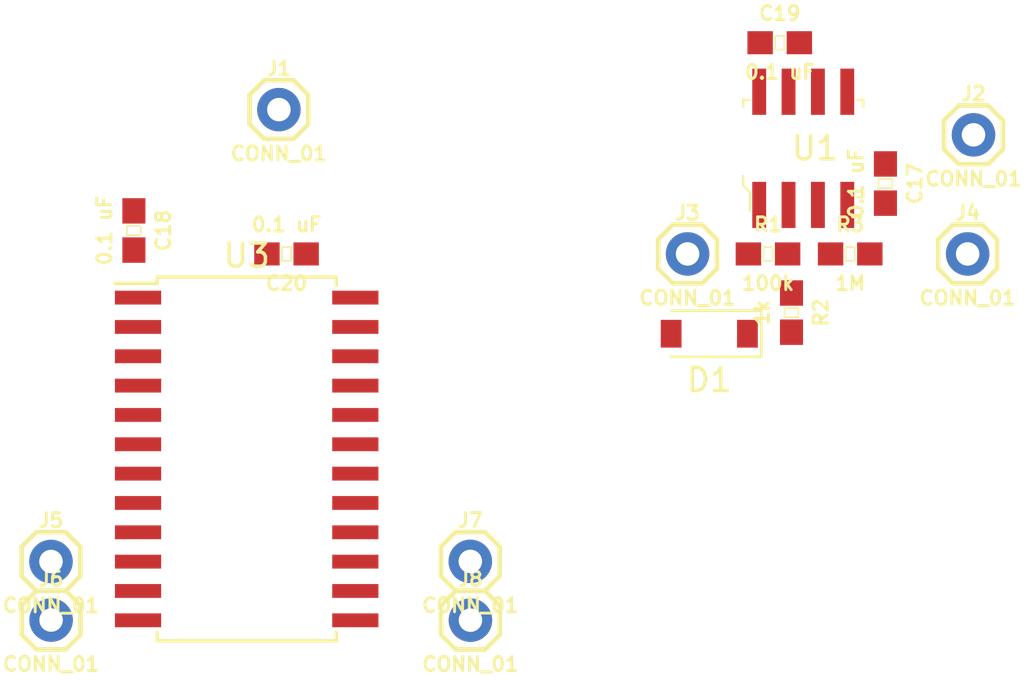
<source format=kicad_pcb>
(kicad_pcb (version 20171130) (host pcbnew 5.1.5+dfsg1-2~bpo9+1)

  (general
    (thickness 1.6)
    (drawings 0)
    (tracks 0)
    (zones 0)
    (modules 18)
    (nets 28)
  )

  (page A4)
  (layers
    (0 F.Cu signal)
    (31 B.Cu signal)
    (32 B.Adhes user)
    (33 F.Adhes user)
    (34 B.Paste user)
    (35 F.Paste user)
    (36 B.SilkS user)
    (37 F.SilkS user)
    (38 B.Mask user)
    (39 F.Mask user)
    (40 Dwgs.User user)
    (41 Cmts.User user)
    (42 Eco1.User user)
    (43 Eco2.User user)
    (44 Edge.Cuts user)
    (45 Margin user)
    (46 B.CrtYd user)
    (47 F.CrtYd user)
    (48 B.Fab user)
    (49 F.Fab user)
  )

  (setup
    (last_trace_width 0.25)
    (trace_clearance 0.2)
    (zone_clearance 0.508)
    (zone_45_only no)
    (trace_min 0.2)
    (via_size 0.8)
    (via_drill 0.4)
    (via_min_size 0.4)
    (via_min_drill 0.3)
    (uvia_size 0.3)
    (uvia_drill 0.1)
    (uvias_allowed no)
    (uvia_min_size 0.2)
    (uvia_min_drill 0.1)
    (edge_width 0.05)
    (segment_width 0.2)
    (pcb_text_width 0.3)
    (pcb_text_size 1.5 1.5)
    (mod_edge_width 0.12)
    (mod_text_size 1 1)
    (mod_text_width 0.15)
    (pad_size 1.524 1.524)
    (pad_drill 0.762)
    (pad_to_mask_clearance 0.051)
    (solder_mask_min_width 0.25)
    (aux_axis_origin 0 0)
    (visible_elements FFFFFF7F)
    (pcbplotparams
      (layerselection 0x010fc_ffffffff)
      (usegerberextensions false)
      (usegerberattributes false)
      (usegerberadvancedattributes false)
      (creategerberjobfile false)
      (excludeedgelayer true)
      (linewidth 0.150000)
      (plotframeref false)
      (viasonmask false)
      (mode 1)
      (useauxorigin false)
      (hpglpennumber 1)
      (hpglpenspeed 20)
      (hpglpendiameter 15.000000)
      (psnegative false)
      (psa4output false)
      (plotreference true)
      (plotvalue true)
      (plotinvisibletext false)
      (padsonsilk false)
      (subtractmaskfromsilk false)
      (outputformat 1)
      (mirror false)
      (drillshape 1)
      (scaleselection 1)
      (outputdirectory ""))
  )

  (net 0 "")
  (net 1 GND)
  (net 2 "Net-(C17-Pad1)")
  (net 3 "Net-(C18-Pad2)")
  (net 4 "Net-(C18-Pad1)")
  (net 5 "Net-(R1-Pad2)")
  (net 6 3.3V)
  (net 7 "Net-(J5-Pad1)")
  (net 8 "Net-(J6-Pad1)")
  (net 9 "Net-(J7-Pad1)")
  (net 10 "Net-(J8-Pad1)")
  (net 11 "Net-(U3-Pad23)")
  (net 12 "Net-(U3-Pad22)")
  (net 13 "Net-(U3-Pad21)")
  (net 14 "Net-(U3-Pad20)")
  (net 15 "Net-(U3-Pad19)")
  (net 16 "Net-(U3-Pad18)")
  (net 17 "Net-(U3-Pad17)")
  (net 18 "Net-(U3-Pad16)")
  (net 19 "Net-(U3-Pad9)")
  (net 20 "Net-(U3-Pad8)")
  (net 21 "Net-(U3-Pad7)")
  (net 22 "Net-(U3-Pad6)")
  (net 23 "Net-(U3-Pad5)")
  (net 24 "Net-(U3-Pad4)")
  (net 25 "Net-(U3-Pad3)")
  (net 26 "Net-(U3-Pad2)")
  (net 27 "Net-(D1-Pad2)")

  (net_class Default "This is the default net class."
    (clearance 0.2)
    (trace_width 0.25)
    (via_dia 0.8)
    (via_drill 0.4)
    (uvia_dia 0.3)
    (uvia_drill 0.1)
    (add_net 3.3V)
    (add_net GND)
    (add_net "Net-(C17-Pad1)")
    (add_net "Net-(C18-Pad1)")
    (add_net "Net-(C18-Pad2)")
    (add_net "Net-(D1-Pad2)")
    (add_net "Net-(J5-Pad1)")
    (add_net "Net-(J6-Pad1)")
    (add_net "Net-(J7-Pad1)")
    (add_net "Net-(J8-Pad1)")
    (add_net "Net-(R1-Pad2)")
    (add_net "Net-(U3-Pad16)")
    (add_net "Net-(U3-Pad17)")
    (add_net "Net-(U3-Pad18)")
    (add_net "Net-(U3-Pad19)")
    (add_net "Net-(U3-Pad2)")
    (add_net "Net-(U3-Pad20)")
    (add_net "Net-(U3-Pad21)")
    (add_net "Net-(U3-Pad22)")
    (add_net "Net-(U3-Pad23)")
    (add_net "Net-(U3-Pad3)")
    (add_net "Net-(U3-Pad4)")
    (add_net "Net-(U3-Pad5)")
    (add_net "Net-(U3-Pad6)")
    (add_net "Net-(U3-Pad7)")
    (add_net "Net-(U3-Pad8)")
    (add_net "Net-(U3-Pad9)")
  )

  (module Capacitors:0603 (layer F.Cu) (tedit 596180EF) (tstamp 5F5E9D29)
    (at 113.284 90.932)
    (descr "GENERIC 1608 (0603) PACKAGE")
    (tags "GENERIC 1608 (0603) PACKAGE")
    (path /60D31191)
    (attr smd)
    (fp_text reference R3 (at 0 -1.27) (layer F.SilkS)
      (effects (font (size 0.6096 0.6096) (thickness 0.127)))
    )
    (fp_text value 1M (at 0 1.27) (layer F.SilkS)
      (effects (font (size 0.6096 0.6096) (thickness 0.127)))
    )
    (fp_line (start -0.3556 0.41656) (end 0.3556 0.41656) (layer Dwgs.User) (width 0.1016))
    (fp_line (start -0.3556 -0.4318) (end 0.3556 -0.4318) (layer Dwgs.User) (width 0.1016))
    (fp_line (start -1.59766 0.6985) (end -1.59766 -0.6985) (layer F.CrtYd) (width 0.0508))
    (fp_line (start 1.59766 0.6985) (end -1.59766 0.6985) (layer F.CrtYd) (width 0.0508))
    (fp_line (start 1.59766 -0.6985) (end 1.59766 0.6985) (layer F.CrtYd) (width 0.0508))
    (fp_line (start -1.59766 -0.6985) (end 1.59766 -0.6985) (layer F.CrtYd) (width 0.0508))
    (fp_line (start -0.19812 0.29972) (end -0.19812 -0.29972) (layer F.SilkS) (width 0.06604))
    (fp_line (start -0.19812 -0.29972) (end 0.19812 -0.29972) (layer F.SilkS) (width 0.06604))
    (fp_line (start 0.19812 0.29972) (end 0.19812 -0.29972) (layer F.SilkS) (width 0.06604))
    (fp_line (start -0.19812 0.29972) (end 0.19812 0.29972) (layer F.SilkS) (width 0.06604))
    (fp_line (start 0.3302 0.4699) (end 0.3302 -0.48006) (layer Dwgs.User) (width 0.06604))
    (fp_line (start 0.3302 -0.48006) (end 0.82804 -0.48006) (layer Dwgs.User) (width 0.06604))
    (fp_line (start 0.82804 0.4699) (end 0.82804 -0.48006) (layer Dwgs.User) (width 0.06604))
    (fp_line (start 0.3302 0.4699) (end 0.82804 0.4699) (layer Dwgs.User) (width 0.06604))
    (fp_line (start -0.8382 0.4699) (end -0.8382 -0.48006) (layer Dwgs.User) (width 0.06604))
    (fp_line (start -0.8382 -0.48006) (end -0.33782 -0.48006) (layer Dwgs.User) (width 0.06604))
    (fp_line (start -0.33782 0.4699) (end -0.33782 -0.48006) (layer Dwgs.User) (width 0.06604))
    (fp_line (start -0.8382 0.4699) (end -0.33782 0.4699) (layer Dwgs.User) (width 0.06604))
    (pad 2 smd rect (at 0.84836 0) (size 1.09982 0.99822) (layers F.Cu F.Paste F.Mask)
      (net 1 GND) (solder_mask_margin 0.1016))
    (pad 1 smd rect (at -0.84836 0) (size 1.09982 0.99822) (layers F.Cu F.Paste F.Mask)
      (net 4 "Net-(C18-Pad1)") (solder_mask_margin 0.1016))
  )

  (module Capacitors:0603 (layer F.Cu) (tedit 596180EF) (tstamp 5F5E9D11)
    (at 110.744 93.472 270)
    (descr "GENERIC 1608 (0603) PACKAGE")
    (tags "GENERIC 1608 (0603) PACKAGE")
    (path /60D285BF)
    (attr smd)
    (fp_text reference R2 (at 0 -1.27 90) (layer F.SilkS)
      (effects (font (size 0.6096 0.6096) (thickness 0.127)))
    )
    (fp_text value 1k (at 0 1.27 90) (layer F.SilkS)
      (effects (font (size 0.6096 0.6096) (thickness 0.127)))
    )
    (fp_line (start -0.3556 0.41656) (end 0.3556 0.41656) (layer Dwgs.User) (width 0.1016))
    (fp_line (start -0.3556 -0.4318) (end 0.3556 -0.4318) (layer Dwgs.User) (width 0.1016))
    (fp_line (start -1.59766 0.6985) (end -1.59766 -0.6985) (layer F.CrtYd) (width 0.0508))
    (fp_line (start 1.59766 0.6985) (end -1.59766 0.6985) (layer F.CrtYd) (width 0.0508))
    (fp_line (start 1.59766 -0.6985) (end 1.59766 0.6985) (layer F.CrtYd) (width 0.0508))
    (fp_line (start -1.59766 -0.6985) (end 1.59766 -0.6985) (layer F.CrtYd) (width 0.0508))
    (fp_line (start -0.19812 0.29972) (end -0.19812 -0.29972) (layer F.SilkS) (width 0.06604))
    (fp_line (start -0.19812 -0.29972) (end 0.19812 -0.29972) (layer F.SilkS) (width 0.06604))
    (fp_line (start 0.19812 0.29972) (end 0.19812 -0.29972) (layer F.SilkS) (width 0.06604))
    (fp_line (start -0.19812 0.29972) (end 0.19812 0.29972) (layer F.SilkS) (width 0.06604))
    (fp_line (start 0.3302 0.4699) (end 0.3302 -0.48006) (layer Dwgs.User) (width 0.06604))
    (fp_line (start 0.3302 -0.48006) (end 0.82804 -0.48006) (layer Dwgs.User) (width 0.06604))
    (fp_line (start 0.82804 0.4699) (end 0.82804 -0.48006) (layer Dwgs.User) (width 0.06604))
    (fp_line (start 0.3302 0.4699) (end 0.82804 0.4699) (layer Dwgs.User) (width 0.06604))
    (fp_line (start -0.8382 0.4699) (end -0.8382 -0.48006) (layer Dwgs.User) (width 0.06604))
    (fp_line (start -0.8382 -0.48006) (end -0.33782 -0.48006) (layer Dwgs.User) (width 0.06604))
    (fp_line (start -0.33782 0.4699) (end -0.33782 -0.48006) (layer Dwgs.User) (width 0.06604))
    (fp_line (start -0.8382 0.4699) (end -0.33782 0.4699) (layer Dwgs.User) (width 0.06604))
    (pad 2 smd rect (at 0.84836 0 270) (size 1.09982 0.99822) (layers F.Cu F.Paste F.Mask)
      (net 1 GND) (solder_mask_margin 0.1016))
    (pad 1 smd rect (at -0.84836 0 270) (size 1.09982 0.99822) (layers F.Cu F.Paste F.Mask)
      (net 5 "Net-(R1-Pad2)") (solder_mask_margin 0.1016))
  )

  (module Capacitors:0603 (layer F.Cu) (tedit 596180EF) (tstamp 5F5E9CF9)
    (at 109.728 90.932)
    (descr "GENERIC 1608 (0603) PACKAGE")
    (tags "GENERIC 1608 (0603) PACKAGE")
    (path /60D2660E)
    (attr smd)
    (fp_text reference R1 (at 0 -1.27) (layer F.SilkS)
      (effects (font (size 0.6096 0.6096) (thickness 0.127)))
    )
    (fp_text value 100k (at 0 1.27) (layer F.SilkS)
      (effects (font (size 0.6096 0.6096) (thickness 0.127)))
    )
    (fp_line (start -0.3556 0.41656) (end 0.3556 0.41656) (layer Dwgs.User) (width 0.1016))
    (fp_line (start -0.3556 -0.4318) (end 0.3556 -0.4318) (layer Dwgs.User) (width 0.1016))
    (fp_line (start -1.59766 0.6985) (end -1.59766 -0.6985) (layer F.CrtYd) (width 0.0508))
    (fp_line (start 1.59766 0.6985) (end -1.59766 0.6985) (layer F.CrtYd) (width 0.0508))
    (fp_line (start 1.59766 -0.6985) (end 1.59766 0.6985) (layer F.CrtYd) (width 0.0508))
    (fp_line (start -1.59766 -0.6985) (end 1.59766 -0.6985) (layer F.CrtYd) (width 0.0508))
    (fp_line (start -0.19812 0.29972) (end -0.19812 -0.29972) (layer F.SilkS) (width 0.06604))
    (fp_line (start -0.19812 -0.29972) (end 0.19812 -0.29972) (layer F.SilkS) (width 0.06604))
    (fp_line (start 0.19812 0.29972) (end 0.19812 -0.29972) (layer F.SilkS) (width 0.06604))
    (fp_line (start -0.19812 0.29972) (end 0.19812 0.29972) (layer F.SilkS) (width 0.06604))
    (fp_line (start 0.3302 0.4699) (end 0.3302 -0.48006) (layer Dwgs.User) (width 0.06604))
    (fp_line (start 0.3302 -0.48006) (end 0.82804 -0.48006) (layer Dwgs.User) (width 0.06604))
    (fp_line (start 0.82804 0.4699) (end 0.82804 -0.48006) (layer Dwgs.User) (width 0.06604))
    (fp_line (start 0.3302 0.4699) (end 0.82804 0.4699) (layer Dwgs.User) (width 0.06604))
    (fp_line (start -0.8382 0.4699) (end -0.8382 -0.48006) (layer Dwgs.User) (width 0.06604))
    (fp_line (start -0.8382 -0.48006) (end -0.33782 -0.48006) (layer Dwgs.User) (width 0.06604))
    (fp_line (start -0.33782 0.4699) (end -0.33782 -0.48006) (layer Dwgs.User) (width 0.06604))
    (fp_line (start -0.8382 0.4699) (end -0.33782 0.4699) (layer Dwgs.User) (width 0.06604))
    (pad 2 smd rect (at 0.84836 0) (size 1.09982 0.99822) (layers F.Cu F.Paste F.Mask)
      (net 5 "Net-(R1-Pad2)") (solder_mask_margin 0.1016))
    (pad 1 smd rect (at -0.84836 0) (size 1.09982 0.99822) (layers F.Cu F.Paste F.Mask)
      (net 27 "Net-(D1-Pad2)") (solder_mask_margin 0.1016))
  )

  (module Connectors2:1X01 (layer F.Cu) (tedit 5963CE6C) (tstamp 5F5EC1AE)
    (at 96.85528 106.78668)
    (descr "PLATED THROUGH HOLE")
    (tags "PLATED THROUGH HOLE")
    (path /60D7A250)
    (attr virtual)
    (fp_text reference J8 (at 0 -1.778) (layer F.SilkS)
      (effects (font (size 0.6096 0.6096) (thickness 0.127)))
    )
    (fp_text value CONN_01 (at 0 1.905) (layer F.SilkS)
      (effects (font (size 0.6096 0.6096) (thickness 0.127)))
    )
    (fp_line (start 1.27 0.635) (end 1.27 -0.635) (layer F.SilkS) (width 0.2032))
    (fp_line (start 0.635 1.27) (end 1.27 0.635) (layer F.SilkS) (width 0.2032))
    (fp_line (start -0.635 1.27) (end 0.635 1.27) (layer F.SilkS) (width 0.2032))
    (fp_line (start -1.27 0.635) (end -0.635 1.27) (layer F.SilkS) (width 0.2032))
    (fp_line (start -1.27 -0.635) (end -1.27 0.635) (layer F.SilkS) (width 0.2032))
    (fp_line (start -0.635 -1.27) (end -1.27 -0.635) (layer F.SilkS) (width 0.2032))
    (fp_line (start 0.635 -1.27) (end -0.635 -1.27) (layer F.SilkS) (width 0.2032))
    (fp_line (start 1.27 -0.635) (end 0.635 -1.27) (layer F.SilkS) (width 0.2032))
    (pad 1 thru_hole circle (at 0 0) (size 1.8796 1.8796) (drill 1.016) (layers *.Cu *.Mask)
      (net 10 "Net-(J8-Pad1)") (solder_mask_margin 0.1016))
  )

  (module Connectors2:1X01 (layer F.Cu) (tedit 5963CE6C) (tstamp 5F5EC1A1)
    (at 96.8502 104.2416)
    (descr "PLATED THROUGH HOLE")
    (tags "PLATED THROUGH HOLE")
    (path /60D79FB7)
    (attr virtual)
    (fp_text reference J7 (at 0 -1.778) (layer F.SilkS)
      (effects (font (size 0.6096 0.6096) (thickness 0.127)))
    )
    (fp_text value CONN_01 (at 0 1.905) (layer F.SilkS)
      (effects (font (size 0.6096 0.6096) (thickness 0.127)))
    )
    (fp_line (start 1.27 0.635) (end 1.27 -0.635) (layer F.SilkS) (width 0.2032))
    (fp_line (start 0.635 1.27) (end 1.27 0.635) (layer F.SilkS) (width 0.2032))
    (fp_line (start -0.635 1.27) (end 0.635 1.27) (layer F.SilkS) (width 0.2032))
    (fp_line (start -1.27 0.635) (end -0.635 1.27) (layer F.SilkS) (width 0.2032))
    (fp_line (start -1.27 -0.635) (end -1.27 0.635) (layer F.SilkS) (width 0.2032))
    (fp_line (start -0.635 -1.27) (end -1.27 -0.635) (layer F.SilkS) (width 0.2032))
    (fp_line (start 0.635 -1.27) (end -0.635 -1.27) (layer F.SilkS) (width 0.2032))
    (fp_line (start 1.27 -0.635) (end 0.635 -1.27) (layer F.SilkS) (width 0.2032))
    (pad 1 thru_hole circle (at 0 0) (size 1.8796 1.8796) (drill 1.016) (layers *.Cu *.Mask)
      (net 9 "Net-(J7-Pad1)") (solder_mask_margin 0.1016))
  )

  (module Connectors2:1X01 (layer F.Cu) (tedit 5963CE6C) (tstamp 5F5EC194)
    (at 78.7146 106.7816)
    (descr "PLATED THROUGH HOLE")
    (tags "PLATED THROUGH HOLE")
    (path /60D79CA0)
    (attr virtual)
    (fp_text reference J6 (at 0 -1.778) (layer F.SilkS)
      (effects (font (size 0.6096 0.6096) (thickness 0.127)))
    )
    (fp_text value CONN_01 (at 0 1.905) (layer F.SilkS)
      (effects (font (size 0.6096 0.6096) (thickness 0.127)))
    )
    (fp_line (start 1.27 0.635) (end 1.27 -0.635) (layer F.SilkS) (width 0.2032))
    (fp_line (start 0.635 1.27) (end 1.27 0.635) (layer F.SilkS) (width 0.2032))
    (fp_line (start -0.635 1.27) (end 0.635 1.27) (layer F.SilkS) (width 0.2032))
    (fp_line (start -1.27 0.635) (end -0.635 1.27) (layer F.SilkS) (width 0.2032))
    (fp_line (start -1.27 -0.635) (end -1.27 0.635) (layer F.SilkS) (width 0.2032))
    (fp_line (start -0.635 -1.27) (end -1.27 -0.635) (layer F.SilkS) (width 0.2032))
    (fp_line (start 0.635 -1.27) (end -0.635 -1.27) (layer F.SilkS) (width 0.2032))
    (fp_line (start 1.27 -0.635) (end 0.635 -1.27) (layer F.SilkS) (width 0.2032))
    (pad 1 thru_hole circle (at 0 0) (size 1.8796 1.8796) (drill 1.016) (layers *.Cu *.Mask)
      (net 8 "Net-(J6-Pad1)") (solder_mask_margin 0.1016))
  )

  (module Connectors2:1X01 (layer F.Cu) (tedit 5963CE6C) (tstamp 5F5EC187)
    (at 78.70952 104.24668)
    (descr "PLATED THROUGH HOLE")
    (tags "PLATED THROUGH HOLE")
    (path /60D79220)
    (attr virtual)
    (fp_text reference J5 (at 0 -1.778) (layer F.SilkS)
      (effects (font (size 0.6096 0.6096) (thickness 0.127)))
    )
    (fp_text value CONN_01 (at 0 1.905) (layer F.SilkS)
      (effects (font (size 0.6096 0.6096) (thickness 0.127)))
    )
    (fp_line (start 1.27 0.635) (end 1.27 -0.635) (layer F.SilkS) (width 0.2032))
    (fp_line (start 0.635 1.27) (end 1.27 0.635) (layer F.SilkS) (width 0.2032))
    (fp_line (start -0.635 1.27) (end 0.635 1.27) (layer F.SilkS) (width 0.2032))
    (fp_line (start -1.27 0.635) (end -0.635 1.27) (layer F.SilkS) (width 0.2032))
    (fp_line (start -1.27 -0.635) (end -1.27 0.635) (layer F.SilkS) (width 0.2032))
    (fp_line (start -0.635 -1.27) (end -1.27 -0.635) (layer F.SilkS) (width 0.2032))
    (fp_line (start 0.635 -1.27) (end -0.635 -1.27) (layer F.SilkS) (width 0.2032))
    (fp_line (start 1.27 -0.635) (end 0.635 -1.27) (layer F.SilkS) (width 0.2032))
    (pad 1 thru_hole circle (at 0 0) (size 1.8796 1.8796) (drill 1.016) (layers *.Cu *.Mask)
      (net 7 "Net-(J5-Pad1)") (solder_mask_margin 0.1016))
  )

  (module Connectors2:1X01 (layer F.Cu) (tedit 5963CE6C) (tstamp 5F5EC17A)
    (at 118.364 90.932)
    (descr "PLATED THROUGH HOLE")
    (tags "PLATED THROUGH HOLE")
    (path /60D734A7)
    (attr virtual)
    (fp_text reference J4 (at 0 -1.778) (layer F.SilkS)
      (effects (font (size 0.6096 0.6096) (thickness 0.127)))
    )
    (fp_text value CONN_01 (at 0 1.905) (layer F.SilkS)
      (effects (font (size 0.6096 0.6096) (thickness 0.127)))
    )
    (fp_line (start 1.27 0.635) (end 1.27 -0.635) (layer F.SilkS) (width 0.2032))
    (fp_line (start 0.635 1.27) (end 1.27 0.635) (layer F.SilkS) (width 0.2032))
    (fp_line (start -0.635 1.27) (end 0.635 1.27) (layer F.SilkS) (width 0.2032))
    (fp_line (start -1.27 0.635) (end -0.635 1.27) (layer F.SilkS) (width 0.2032))
    (fp_line (start -1.27 -0.635) (end -1.27 0.635) (layer F.SilkS) (width 0.2032))
    (fp_line (start -0.635 -1.27) (end -1.27 -0.635) (layer F.SilkS) (width 0.2032))
    (fp_line (start 0.635 -1.27) (end -0.635 -1.27) (layer F.SilkS) (width 0.2032))
    (fp_line (start 1.27 -0.635) (end 0.635 -1.27) (layer F.SilkS) (width 0.2032))
    (pad 1 thru_hole circle (at 0 0) (size 1.8796 1.8796) (drill 1.016) (layers *.Cu *.Mask)
      (net 1 GND) (solder_mask_margin 0.1016))
  )

  (module Connectors2:1X01 (layer F.Cu) (tedit 5963CE6C) (tstamp 5F5EC16D)
    (at 106.2482 90.932)
    (descr "PLATED THROUGH HOLE")
    (tags "PLATED THROUGH HOLE")
    (path /60D77A50)
    (attr virtual)
    (fp_text reference J3 (at 0 -1.778) (layer F.SilkS)
      (effects (font (size 0.6096 0.6096) (thickness 0.127)))
    )
    (fp_text value CONN_01 (at 0 1.905) (layer F.SilkS)
      (effects (font (size 0.6096 0.6096) (thickness 0.127)))
    )
    (fp_line (start 1.27 0.635) (end 1.27 -0.635) (layer F.SilkS) (width 0.2032))
    (fp_line (start 0.635 1.27) (end 1.27 0.635) (layer F.SilkS) (width 0.2032))
    (fp_line (start -0.635 1.27) (end 0.635 1.27) (layer F.SilkS) (width 0.2032))
    (fp_line (start -1.27 0.635) (end -0.635 1.27) (layer F.SilkS) (width 0.2032))
    (fp_line (start -1.27 -0.635) (end -1.27 0.635) (layer F.SilkS) (width 0.2032))
    (fp_line (start -0.635 -1.27) (end -1.27 -0.635) (layer F.SilkS) (width 0.2032))
    (fp_line (start 0.635 -1.27) (end -0.635 -1.27) (layer F.SilkS) (width 0.2032))
    (fp_line (start 1.27 -0.635) (end 0.635 -1.27) (layer F.SilkS) (width 0.2032))
    (pad 1 thru_hole circle (at 0 0) (size 1.8796 1.8796) (drill 1.016) (layers *.Cu *.Mask)
      (net 27 "Net-(D1-Pad2)") (solder_mask_margin 0.1016))
  )

  (module Connectors2:1X01 (layer F.Cu) (tedit 5963CE6C) (tstamp 5F5EC160)
    (at 118.618 85.7758)
    (descr "PLATED THROUGH HOLE")
    (tags "PLATED THROUGH HOLE")
    (path /60D7654E)
    (attr virtual)
    (fp_text reference J2 (at 0 -1.778) (layer F.SilkS)
      (effects (font (size 0.6096 0.6096) (thickness 0.127)))
    )
    (fp_text value CONN_01 (at 0 1.905) (layer F.SilkS)
      (effects (font (size 0.6096 0.6096) (thickness 0.127)))
    )
    (fp_line (start 1.27 0.635) (end 1.27 -0.635) (layer F.SilkS) (width 0.2032))
    (fp_line (start 0.635 1.27) (end 1.27 0.635) (layer F.SilkS) (width 0.2032))
    (fp_line (start -0.635 1.27) (end 0.635 1.27) (layer F.SilkS) (width 0.2032))
    (fp_line (start -1.27 0.635) (end -0.635 1.27) (layer F.SilkS) (width 0.2032))
    (fp_line (start -1.27 -0.635) (end -1.27 0.635) (layer F.SilkS) (width 0.2032))
    (fp_line (start -0.635 -1.27) (end -1.27 -0.635) (layer F.SilkS) (width 0.2032))
    (fp_line (start 0.635 -1.27) (end -0.635 -1.27) (layer F.SilkS) (width 0.2032))
    (fp_line (start 1.27 -0.635) (end 0.635 -1.27) (layer F.SilkS) (width 0.2032))
    (pad 1 thru_hole circle (at 0 0) (size 1.8796 1.8796) (drill 1.016) (layers *.Cu *.Mask)
      (net 2 "Net-(C17-Pad1)") (solder_mask_margin 0.1016))
  )

  (module Connectors2:1X01 (layer F.Cu) (tedit 5963CE6C) (tstamp 5F5EBB11)
    (at 88.5698 84.6836)
    (descr "PLATED THROUGH HOLE")
    (tags "PLATED THROUGH HOLE")
    (path /60D6A09D)
    (attr virtual)
    (fp_text reference J1 (at 0 -1.778) (layer F.SilkS)
      (effects (font (size 0.6096 0.6096) (thickness 0.127)))
    )
    (fp_text value CONN_01 (at 0 1.905) (layer F.SilkS)
      (effects (font (size 0.6096 0.6096) (thickness 0.127)))
    )
    (fp_line (start 1.27 0.635) (end 1.27 -0.635) (layer F.SilkS) (width 0.2032))
    (fp_line (start 0.635 1.27) (end 1.27 0.635) (layer F.SilkS) (width 0.2032))
    (fp_line (start -0.635 1.27) (end 0.635 1.27) (layer F.SilkS) (width 0.2032))
    (fp_line (start -1.27 0.635) (end -0.635 1.27) (layer F.SilkS) (width 0.2032))
    (fp_line (start -1.27 -0.635) (end -1.27 0.635) (layer F.SilkS) (width 0.2032))
    (fp_line (start -0.635 -1.27) (end -1.27 -0.635) (layer F.SilkS) (width 0.2032))
    (fp_line (start 0.635 -1.27) (end -0.635 -1.27) (layer F.SilkS) (width 0.2032))
    (fp_line (start 1.27 -0.635) (end 0.635 -1.27) (layer F.SilkS) (width 0.2032))
    (pad 1 thru_hole circle (at 0 0) (size 1.8796 1.8796) (drill 1.016) (layers *.Cu *.Mask)
      (net 6 3.3V) (solder_mask_margin 0.1016))
  )

  (module Diode_SMD:D_SOD-123 (layer F.Cu) (tedit 58645DC7) (tstamp 5F5EDDCD)
    (at 107.188 94.3864 180)
    (descr SOD-123)
    (tags SOD-123)
    (path /60D8E8A0)
    (attr smd)
    (fp_text reference D1 (at 0 -2) (layer F.SilkS)
      (effects (font (size 1 1) (thickness 0.15)))
    )
    (fp_text value BAT48ZFILM (at 0 2.1) (layer F.Fab)
      (effects (font (size 1 1) (thickness 0.15)))
    )
    (fp_line (start -2.25 -1) (end 1.65 -1) (layer F.SilkS) (width 0.12))
    (fp_line (start -2.25 1) (end 1.65 1) (layer F.SilkS) (width 0.12))
    (fp_line (start -2.35 -1.15) (end -2.35 1.15) (layer F.CrtYd) (width 0.05))
    (fp_line (start 2.35 1.15) (end -2.35 1.15) (layer F.CrtYd) (width 0.05))
    (fp_line (start 2.35 -1.15) (end 2.35 1.15) (layer F.CrtYd) (width 0.05))
    (fp_line (start -2.35 -1.15) (end 2.35 -1.15) (layer F.CrtYd) (width 0.05))
    (fp_line (start -1.4 -0.9) (end 1.4 -0.9) (layer F.Fab) (width 0.1))
    (fp_line (start 1.4 -0.9) (end 1.4 0.9) (layer F.Fab) (width 0.1))
    (fp_line (start 1.4 0.9) (end -1.4 0.9) (layer F.Fab) (width 0.1))
    (fp_line (start -1.4 0.9) (end -1.4 -0.9) (layer F.Fab) (width 0.1))
    (fp_line (start -0.75 0) (end -0.35 0) (layer F.Fab) (width 0.1))
    (fp_line (start -0.35 0) (end -0.35 -0.55) (layer F.Fab) (width 0.1))
    (fp_line (start -0.35 0) (end -0.35 0.55) (layer F.Fab) (width 0.1))
    (fp_line (start -0.35 0) (end 0.25 -0.4) (layer F.Fab) (width 0.1))
    (fp_line (start 0.25 -0.4) (end 0.25 0.4) (layer F.Fab) (width 0.1))
    (fp_line (start 0.25 0.4) (end -0.35 0) (layer F.Fab) (width 0.1))
    (fp_line (start 0.25 0) (end 0.75 0) (layer F.Fab) (width 0.1))
    (fp_line (start -2.25 -1) (end -2.25 1) (layer F.SilkS) (width 0.12))
    (fp_text user %R (at 0 -2) (layer F.Fab)
      (effects (font (size 1 1) (thickness 0.15)))
    )
    (pad 2 smd rect (at 1.65 0 180) (size 0.9 1.2) (layers F.Cu F.Paste F.Mask)
      (net 27 "Net-(D1-Pad2)"))
    (pad 1 smd rect (at -1.65 0 180) (size 0.9 1.2) (layers F.Cu F.Paste F.Mask)
      (net 2 "Net-(C17-Pad1)"))
    (model ${KISYS3DMOD}/Diode_SMD.3dshapes/D_SOD-123.wrl
      (at (xyz 0 0 0))
      (scale (xyz 1 1 1))
      (rotate (xyz 0 0 0))
    )
  )

  (module Capacitors:0603 (layer F.Cu) (tedit 596180EF) (tstamp 5F5EBAEA)
    (at 88.9 90.932 180)
    (descr "GENERIC 1608 (0603) PACKAGE")
    (tags "GENERIC 1608 (0603) PACKAGE")
    (path /60D6A5A1)
    (attr smd)
    (fp_text reference C20 (at 0 -1.27) (layer F.SilkS)
      (effects (font (size 0.6096 0.6096) (thickness 0.127)))
    )
    (fp_text value "0.1 uF" (at 0 1.27) (layer F.SilkS)
      (effects (font (size 0.6096 0.6096) (thickness 0.127)))
    )
    (fp_line (start -0.3556 0.41656) (end 0.3556 0.41656) (layer Dwgs.User) (width 0.1016))
    (fp_line (start -0.3556 -0.4318) (end 0.3556 -0.4318) (layer Dwgs.User) (width 0.1016))
    (fp_line (start -1.59766 0.6985) (end -1.59766 -0.6985) (layer F.CrtYd) (width 0.0508))
    (fp_line (start 1.59766 0.6985) (end -1.59766 0.6985) (layer F.CrtYd) (width 0.0508))
    (fp_line (start 1.59766 -0.6985) (end 1.59766 0.6985) (layer F.CrtYd) (width 0.0508))
    (fp_line (start -1.59766 -0.6985) (end 1.59766 -0.6985) (layer F.CrtYd) (width 0.0508))
    (fp_line (start -0.19812 0.29972) (end -0.19812 -0.29972) (layer F.SilkS) (width 0.06604))
    (fp_line (start -0.19812 -0.29972) (end 0.19812 -0.29972) (layer F.SilkS) (width 0.06604))
    (fp_line (start 0.19812 0.29972) (end 0.19812 -0.29972) (layer F.SilkS) (width 0.06604))
    (fp_line (start -0.19812 0.29972) (end 0.19812 0.29972) (layer F.SilkS) (width 0.06604))
    (fp_line (start 0.3302 0.4699) (end 0.3302 -0.48006) (layer Dwgs.User) (width 0.06604))
    (fp_line (start 0.3302 -0.48006) (end 0.82804 -0.48006) (layer Dwgs.User) (width 0.06604))
    (fp_line (start 0.82804 0.4699) (end 0.82804 -0.48006) (layer Dwgs.User) (width 0.06604))
    (fp_line (start 0.3302 0.4699) (end 0.82804 0.4699) (layer Dwgs.User) (width 0.06604))
    (fp_line (start -0.8382 0.4699) (end -0.8382 -0.48006) (layer Dwgs.User) (width 0.06604))
    (fp_line (start -0.8382 -0.48006) (end -0.33782 -0.48006) (layer Dwgs.User) (width 0.06604))
    (fp_line (start -0.33782 0.4699) (end -0.33782 -0.48006) (layer Dwgs.User) (width 0.06604))
    (fp_line (start -0.8382 0.4699) (end -0.33782 0.4699) (layer Dwgs.User) (width 0.06604))
    (pad 2 smd rect (at 0.84836 0 180) (size 1.09982 0.99822) (layers F.Cu F.Paste F.Mask)
      (net 1 GND) (solder_mask_margin 0.1016))
    (pad 1 smd rect (at -0.84836 0 180) (size 1.09982 0.99822) (layers F.Cu F.Paste F.Mask)
      (net 6 3.3V) (solder_mask_margin 0.1016))
  )

  (module Capacitors:0603 (layer F.Cu) (tedit 596180EF) (tstamp 5F5EBAD2)
    (at 110.236 81.788)
    (descr "GENERIC 1608 (0603) PACKAGE")
    (tags "GENERIC 1608 (0603) PACKAGE")
    (path /60D6DA0B)
    (attr smd)
    (fp_text reference C19 (at 0 -1.27) (layer F.SilkS)
      (effects (font (size 0.6096 0.6096) (thickness 0.127)))
    )
    (fp_text value "0.1 uF" (at 0 1.27) (layer F.SilkS)
      (effects (font (size 0.6096 0.6096) (thickness 0.127)))
    )
    (fp_line (start -0.3556 0.41656) (end 0.3556 0.41656) (layer Dwgs.User) (width 0.1016))
    (fp_line (start -0.3556 -0.4318) (end 0.3556 -0.4318) (layer Dwgs.User) (width 0.1016))
    (fp_line (start -1.59766 0.6985) (end -1.59766 -0.6985) (layer F.CrtYd) (width 0.0508))
    (fp_line (start 1.59766 0.6985) (end -1.59766 0.6985) (layer F.CrtYd) (width 0.0508))
    (fp_line (start 1.59766 -0.6985) (end 1.59766 0.6985) (layer F.CrtYd) (width 0.0508))
    (fp_line (start -1.59766 -0.6985) (end 1.59766 -0.6985) (layer F.CrtYd) (width 0.0508))
    (fp_line (start -0.19812 0.29972) (end -0.19812 -0.29972) (layer F.SilkS) (width 0.06604))
    (fp_line (start -0.19812 -0.29972) (end 0.19812 -0.29972) (layer F.SilkS) (width 0.06604))
    (fp_line (start 0.19812 0.29972) (end 0.19812 -0.29972) (layer F.SilkS) (width 0.06604))
    (fp_line (start -0.19812 0.29972) (end 0.19812 0.29972) (layer F.SilkS) (width 0.06604))
    (fp_line (start 0.3302 0.4699) (end 0.3302 -0.48006) (layer Dwgs.User) (width 0.06604))
    (fp_line (start 0.3302 -0.48006) (end 0.82804 -0.48006) (layer Dwgs.User) (width 0.06604))
    (fp_line (start 0.82804 0.4699) (end 0.82804 -0.48006) (layer Dwgs.User) (width 0.06604))
    (fp_line (start 0.3302 0.4699) (end 0.82804 0.4699) (layer Dwgs.User) (width 0.06604))
    (fp_line (start -0.8382 0.4699) (end -0.8382 -0.48006) (layer Dwgs.User) (width 0.06604))
    (fp_line (start -0.8382 -0.48006) (end -0.33782 -0.48006) (layer Dwgs.User) (width 0.06604))
    (fp_line (start -0.33782 0.4699) (end -0.33782 -0.48006) (layer Dwgs.User) (width 0.06604))
    (fp_line (start -0.8382 0.4699) (end -0.33782 0.4699) (layer Dwgs.User) (width 0.06604))
    (pad 2 smd rect (at 0.84836 0) (size 1.09982 0.99822) (layers F.Cu F.Paste F.Mask)
      (net 1 GND) (solder_mask_margin 0.1016))
    (pad 1 smd rect (at -0.84836 0) (size 1.09982 0.99822) (layers F.Cu F.Paste F.Mask)
      (net 6 3.3V) (solder_mask_margin 0.1016))
  )

  (module Capacitors:0603 (layer F.Cu) (tedit 596180EF) (tstamp 5F5E9CC6)
    (at 82.296 89.916 270)
    (descr "GENERIC 1608 (0603) PACKAGE")
    (tags "GENERIC 1608 (0603) PACKAGE")
    (path /60D2D5B7)
    (attr smd)
    (fp_text reference C18 (at 0 -1.27 90) (layer F.SilkS)
      (effects (font (size 0.6096 0.6096) (thickness 0.127)))
    )
    (fp_text value "0.1 uF" (at 0 1.27 90) (layer F.SilkS)
      (effects (font (size 0.6096 0.6096) (thickness 0.127)))
    )
    (fp_line (start -0.3556 0.41656) (end 0.3556 0.41656) (layer Dwgs.User) (width 0.1016))
    (fp_line (start -0.3556 -0.4318) (end 0.3556 -0.4318) (layer Dwgs.User) (width 0.1016))
    (fp_line (start -1.59766 0.6985) (end -1.59766 -0.6985) (layer F.CrtYd) (width 0.0508))
    (fp_line (start 1.59766 0.6985) (end -1.59766 0.6985) (layer F.CrtYd) (width 0.0508))
    (fp_line (start 1.59766 -0.6985) (end 1.59766 0.6985) (layer F.CrtYd) (width 0.0508))
    (fp_line (start -1.59766 -0.6985) (end 1.59766 -0.6985) (layer F.CrtYd) (width 0.0508))
    (fp_line (start -0.19812 0.29972) (end -0.19812 -0.29972) (layer F.SilkS) (width 0.06604))
    (fp_line (start -0.19812 -0.29972) (end 0.19812 -0.29972) (layer F.SilkS) (width 0.06604))
    (fp_line (start 0.19812 0.29972) (end 0.19812 -0.29972) (layer F.SilkS) (width 0.06604))
    (fp_line (start -0.19812 0.29972) (end 0.19812 0.29972) (layer F.SilkS) (width 0.06604))
    (fp_line (start 0.3302 0.4699) (end 0.3302 -0.48006) (layer Dwgs.User) (width 0.06604))
    (fp_line (start 0.3302 -0.48006) (end 0.82804 -0.48006) (layer Dwgs.User) (width 0.06604))
    (fp_line (start 0.82804 0.4699) (end 0.82804 -0.48006) (layer Dwgs.User) (width 0.06604))
    (fp_line (start 0.3302 0.4699) (end 0.82804 0.4699) (layer Dwgs.User) (width 0.06604))
    (fp_line (start -0.8382 0.4699) (end -0.8382 -0.48006) (layer Dwgs.User) (width 0.06604))
    (fp_line (start -0.8382 -0.48006) (end -0.33782 -0.48006) (layer Dwgs.User) (width 0.06604))
    (fp_line (start -0.33782 0.4699) (end -0.33782 -0.48006) (layer Dwgs.User) (width 0.06604))
    (fp_line (start -0.8382 0.4699) (end -0.33782 0.4699) (layer Dwgs.User) (width 0.06604))
    (pad 2 smd rect (at 0.84836 0 270) (size 1.09982 0.99822) (layers F.Cu F.Paste F.Mask)
      (net 3 "Net-(C18-Pad2)") (solder_mask_margin 0.1016))
    (pad 1 smd rect (at -0.84836 0 270) (size 1.09982 0.99822) (layers F.Cu F.Paste F.Mask)
      (net 4 "Net-(C18-Pad1)") (solder_mask_margin 0.1016))
  )

  (module Capacitors:0603 (layer F.Cu) (tedit 596180EF) (tstamp 5F5E9CAE)
    (at 114.808 87.884 270)
    (descr "GENERIC 1608 (0603) PACKAGE")
    (tags "GENERIC 1608 (0603) PACKAGE")
    (path /60D4470C)
    (attr smd)
    (fp_text reference C17 (at 0 -1.27 90) (layer F.SilkS)
      (effects (font (size 0.6096 0.6096) (thickness 0.127)))
    )
    (fp_text value "0.1 uF" (at 0 1.27 90) (layer F.SilkS)
      (effects (font (size 0.6096 0.6096) (thickness 0.127)))
    )
    (fp_line (start -0.3556 0.41656) (end 0.3556 0.41656) (layer Dwgs.User) (width 0.1016))
    (fp_line (start -0.3556 -0.4318) (end 0.3556 -0.4318) (layer Dwgs.User) (width 0.1016))
    (fp_line (start -1.59766 0.6985) (end -1.59766 -0.6985) (layer F.CrtYd) (width 0.0508))
    (fp_line (start 1.59766 0.6985) (end -1.59766 0.6985) (layer F.CrtYd) (width 0.0508))
    (fp_line (start 1.59766 -0.6985) (end 1.59766 0.6985) (layer F.CrtYd) (width 0.0508))
    (fp_line (start -1.59766 -0.6985) (end 1.59766 -0.6985) (layer F.CrtYd) (width 0.0508))
    (fp_line (start -0.19812 0.29972) (end -0.19812 -0.29972) (layer F.SilkS) (width 0.06604))
    (fp_line (start -0.19812 -0.29972) (end 0.19812 -0.29972) (layer F.SilkS) (width 0.06604))
    (fp_line (start 0.19812 0.29972) (end 0.19812 -0.29972) (layer F.SilkS) (width 0.06604))
    (fp_line (start -0.19812 0.29972) (end 0.19812 0.29972) (layer F.SilkS) (width 0.06604))
    (fp_line (start 0.3302 0.4699) (end 0.3302 -0.48006) (layer Dwgs.User) (width 0.06604))
    (fp_line (start 0.3302 -0.48006) (end 0.82804 -0.48006) (layer Dwgs.User) (width 0.06604))
    (fp_line (start 0.82804 0.4699) (end 0.82804 -0.48006) (layer Dwgs.User) (width 0.06604))
    (fp_line (start 0.3302 0.4699) (end 0.82804 0.4699) (layer Dwgs.User) (width 0.06604))
    (fp_line (start -0.8382 0.4699) (end -0.8382 -0.48006) (layer Dwgs.User) (width 0.06604))
    (fp_line (start -0.8382 -0.48006) (end -0.33782 -0.48006) (layer Dwgs.User) (width 0.06604))
    (fp_line (start -0.33782 0.4699) (end -0.33782 -0.48006) (layer Dwgs.User) (width 0.06604))
    (fp_line (start -0.8382 0.4699) (end -0.33782 0.4699) (layer Dwgs.User) (width 0.06604))
    (pad 2 smd rect (at 0.84836 0 270) (size 1.09982 0.99822) (layers F.Cu F.Paste F.Mask)
      (net 1 GND) (solder_mask_margin 0.1016))
    (pad 1 smd rect (at -0.84836 0 270) (size 1.09982 0.99822) (layers F.Cu F.Paste F.Mask)
      (net 2 "Net-(C17-Pad1)") (solder_mask_margin 0.1016))
  )

  (module digikey-footprints:SOIC-8_W3.9mm (layer F.Cu) (tedit 5ACD0D7F) (tstamp 5F5EA354)
    (at 111.252 86.36)
    (path /60D5B186)
    (fp_text reference U1 (at 0.508 0) (layer F.SilkS)
      (effects (font (size 1 1) (thickness 0.15)))
    )
    (fp_text value LM358DR (at 0.06604 4.80314) (layer F.Fab)
      (effects (font (size 1 1) (thickness 0.15)))
    )
    (fp_line (start 2.45 -1.95) (end 2.45 1.95) (layer F.Fab) (width 0.1))
    (fp_line (start -2.45 -1.95) (end 2.45 -1.95) (layer F.Fab) (width 0.1))
    (fp_text user %R (at 0 0) (layer F.Fab)
      (effects (font (size 1 1) (thickness 0.15)))
    )
    (fp_line (start 2.6 -2.1) (end 2.6 -1.8) (layer F.SilkS) (width 0.1))
    (fp_line (start 2.3 -2.1) (end 2.6 -2.1) (layer F.SilkS) (width 0.1))
    (fp_line (start -2.6 -2.1) (end -2.6 -1.8) (layer F.SilkS) (width 0.1))
    (fp_line (start -2.3 -2.1) (end -2.6 -2.1) (layer F.SilkS) (width 0.1))
    (fp_line (start 2.6 2.1) (end 2.6 1.8) (layer F.SilkS) (width 0.1))
    (fp_line (start 2.3 2.1) (end 2.6 2.1) (layer F.SilkS) (width 0.1))
    (fp_line (start -2.45 1.55) (end -2.05 1.95) (layer F.Fab) (width 0.1))
    (fp_line (start -2.05 1.95) (end 2.45 1.95) (layer F.Fab) (width 0.1))
    (fp_line (start -2.45 1.55) (end -2.45 -1.95) (layer F.Fab) (width 0.1))
    (fp_line (start -2.3 1.9) (end -2.3 2.7) (layer F.SilkS) (width 0.1))
    (fp_line (start -2.6 1.6) (end -2.3 1.9) (layer F.SilkS) (width 0.1))
    (fp_line (start -2.6 1.2) (end -2.6 1.6) (layer F.SilkS) (width 0.1))
    (fp_line (start 2.7 -3.7) (end 2.7 3.7) (layer F.CrtYd) (width 0.05))
    (fp_line (start -2.7 -3.7) (end -2.7 3.7) (layer F.CrtYd) (width 0.05))
    (fp_line (start -2.7 3.7) (end 2.7 3.7) (layer F.CrtYd) (width 0.05))
    (fp_line (start -2.7 -3.7) (end 2.7 -3.7) (layer F.CrtYd) (width 0.05))
    (pad 3 smd rect (at 0.635 2.45) (size 0.6 2) (layers F.Cu F.Paste F.Mask)
      (net 4 "Net-(C18-Pad1)"))
    (pad 8 smd rect (at -1.905 -2.45) (size 0.6 2) (layers F.Cu F.Paste F.Mask)
      (net 6 3.3V))
    (pad 7 smd rect (at -0.635 -2.45) (size 0.6 2) (layers F.Cu F.Paste F.Mask))
    (pad 6 smd rect (at 0.635 -2.45) (size 0.6 2) (layers F.Cu F.Paste F.Mask))
    (pad 5 smd rect (at 1.905 -2.45) (size 0.6 2) (layers F.Cu F.Paste F.Mask))
    (pad 4 smd rect (at 1.905 2.45) (size 0.6 2) (layers F.Cu F.Paste F.Mask)
      (net 1 GND))
    (pad 2 smd rect (at -0.635 2.45) (size 0.6 2) (layers F.Cu F.Paste F.Mask)
      (net 5 "Net-(R1-Pad2)"))
    (pad 1 smd rect (at -1.905 2.45) (size 0.6 2) (layers F.Cu F.Paste F.Mask)
      (net 27 "Net-(D1-Pad2)"))
  )

  (module Package_SO:SOIC-24W_7.5x15.4mm_P1.27mm (layer F.Cu) (tedit 5A02F2D3) (tstamp 5F5E9DB2)
    (at 87.17594 99.8071)
    (descr "24-Lead Plastic Small Outline (SO) - Wide, 7.50 mm Body [SOIC] (see Microchip Packaging Specification 00000049BS.pdf)")
    (tags "SOIC 1.27")
    (path /60D0C1A3)
    (attr smd)
    (fp_text reference U3 (at 0 -8.8) (layer F.SilkS)
      (effects (font (size 1 1) (thickness 0.15)))
    )
    (fp_text value CD74HC4067M (at 0 8.8) (layer F.Fab)
      (effects (font (size 1 1) (thickness 0.15)))
    )
    (fp_line (start -3.875 -7.6) (end -5.7 -7.6) (layer F.SilkS) (width 0.15))
    (fp_line (start -3.875 7.875) (end 3.875 7.875) (layer F.SilkS) (width 0.15))
    (fp_line (start -3.875 -7.875) (end 3.875 -7.875) (layer F.SilkS) (width 0.15))
    (fp_line (start -3.875 7.875) (end -3.875 7.51) (layer F.SilkS) (width 0.15))
    (fp_line (start 3.875 7.875) (end 3.875 7.51) (layer F.SilkS) (width 0.15))
    (fp_line (start 3.875 -7.875) (end 3.875 -7.51) (layer F.SilkS) (width 0.15))
    (fp_line (start -3.875 -7.875) (end -3.875 -7.6) (layer F.SilkS) (width 0.15))
    (fp_line (start -5.95 8.05) (end 5.95 8.05) (layer F.CrtYd) (width 0.05))
    (fp_line (start -5.95 -8.05) (end 5.95 -8.05) (layer F.CrtYd) (width 0.05))
    (fp_line (start 5.95 -8.05) (end 5.95 8.05) (layer F.CrtYd) (width 0.05))
    (fp_line (start -5.95 -8.05) (end -5.95 8.05) (layer F.CrtYd) (width 0.05))
    (fp_line (start -3.75 -6.7) (end -2.75 -7.7) (layer F.Fab) (width 0.15))
    (fp_line (start -3.75 7.7) (end -3.75 -6.7) (layer F.Fab) (width 0.15))
    (fp_line (start 3.75 7.7) (end -3.75 7.7) (layer F.Fab) (width 0.15))
    (fp_line (start 3.75 -7.7) (end 3.75 7.7) (layer F.Fab) (width 0.15))
    (fp_line (start -2.75 -7.7) (end 3.75 -7.7) (layer F.Fab) (width 0.15))
    (fp_text user %R (at 0 0) (layer F.Fab)
      (effects (font (size 1 1) (thickness 0.15)))
    )
    (pad 24 smd rect (at 4.7 -6.985) (size 2 0.6) (layers F.Cu F.Paste F.Mask)
      (net 6 3.3V))
    (pad 23 smd rect (at 4.7 -5.715) (size 2 0.6) (layers F.Cu F.Paste F.Mask)
      (net 11 "Net-(U3-Pad23)"))
    (pad 22 smd rect (at 4.7 -4.445) (size 2 0.6) (layers F.Cu F.Paste F.Mask)
      (net 12 "Net-(U3-Pad22)"))
    (pad 21 smd rect (at 4.7 -3.175) (size 2 0.6) (layers F.Cu F.Paste F.Mask)
      (net 13 "Net-(U3-Pad21)"))
    (pad 20 smd rect (at 4.7 -1.905) (size 2 0.6) (layers F.Cu F.Paste F.Mask)
      (net 14 "Net-(U3-Pad20)"))
    (pad 19 smd rect (at 4.7 -0.635) (size 2 0.6) (layers F.Cu F.Paste F.Mask)
      (net 15 "Net-(U3-Pad19)"))
    (pad 18 smd rect (at 4.7 0.635) (size 2 0.6) (layers F.Cu F.Paste F.Mask)
      (net 16 "Net-(U3-Pad18)"))
    (pad 17 smd rect (at 4.7 1.905) (size 2 0.6) (layers F.Cu F.Paste F.Mask)
      (net 17 "Net-(U3-Pad17)"))
    (pad 16 smd rect (at 4.7 3.175) (size 2 0.6) (layers F.Cu F.Paste F.Mask)
      (net 18 "Net-(U3-Pad16)"))
    (pad 15 smd rect (at 4.7 4.445) (size 2 0.6) (layers F.Cu F.Paste F.Mask)
      (net 6 3.3V))
    (pad 14 smd rect (at 4.7 5.715) (size 2 0.6) (layers F.Cu F.Paste F.Mask)
      (net 9 "Net-(J7-Pad1)"))
    (pad 13 smd rect (at 4.7 6.985) (size 2 0.6) (layers F.Cu F.Paste F.Mask)
      (net 10 "Net-(J8-Pad1)"))
    (pad 12 smd rect (at -4.7 6.985) (size 2 0.6) (layers F.Cu F.Paste F.Mask)
      (net 1 GND))
    (pad 11 smd rect (at -4.7 5.715) (size 2 0.6) (layers F.Cu F.Paste F.Mask)
      (net 8 "Net-(J6-Pad1)"))
    (pad 10 smd rect (at -4.7 4.445) (size 2 0.6) (layers F.Cu F.Paste F.Mask)
      (net 7 "Net-(J5-Pad1)"))
    (pad 9 smd rect (at -4.7 3.175) (size 2 0.6) (layers F.Cu F.Paste F.Mask)
      (net 19 "Net-(U3-Pad9)"))
    (pad 8 smd rect (at -4.7 1.905) (size 2 0.6) (layers F.Cu F.Paste F.Mask)
      (net 20 "Net-(U3-Pad8)"))
    (pad 7 smd rect (at -4.7 0.635) (size 2 0.6) (layers F.Cu F.Paste F.Mask)
      (net 21 "Net-(U3-Pad7)"))
    (pad 6 smd rect (at -4.7 -0.635) (size 2 0.6) (layers F.Cu F.Paste F.Mask)
      (net 22 "Net-(U3-Pad6)"))
    (pad 5 smd rect (at -4.7 -1.905) (size 2 0.6) (layers F.Cu F.Paste F.Mask)
      (net 23 "Net-(U3-Pad5)"))
    (pad 4 smd rect (at -4.7 -3.175) (size 2 0.6) (layers F.Cu F.Paste F.Mask)
      (net 24 "Net-(U3-Pad4)"))
    (pad 3 smd rect (at -4.7 -4.445) (size 2 0.6) (layers F.Cu F.Paste F.Mask)
      (net 25 "Net-(U3-Pad3)"))
    (pad 2 smd rect (at -4.7 -5.715) (size 2 0.6) (layers F.Cu F.Paste F.Mask)
      (net 26 "Net-(U3-Pad2)"))
    (pad 1 smd rect (at -4.7 -6.985) (size 2 0.6) (layers F.Cu F.Paste F.Mask)
      (net 3 "Net-(C18-Pad2)"))
    (model ${KISYS3DMOD}/Package_SO.3dshapes/SOIC-24W_7.5x15.4mm_P1.27mm.wrl
      (at (xyz 0 0 0))
      (scale (xyz 1 1 1))
      (rotate (xyz 0 0 0))
    )
  )

)

</source>
